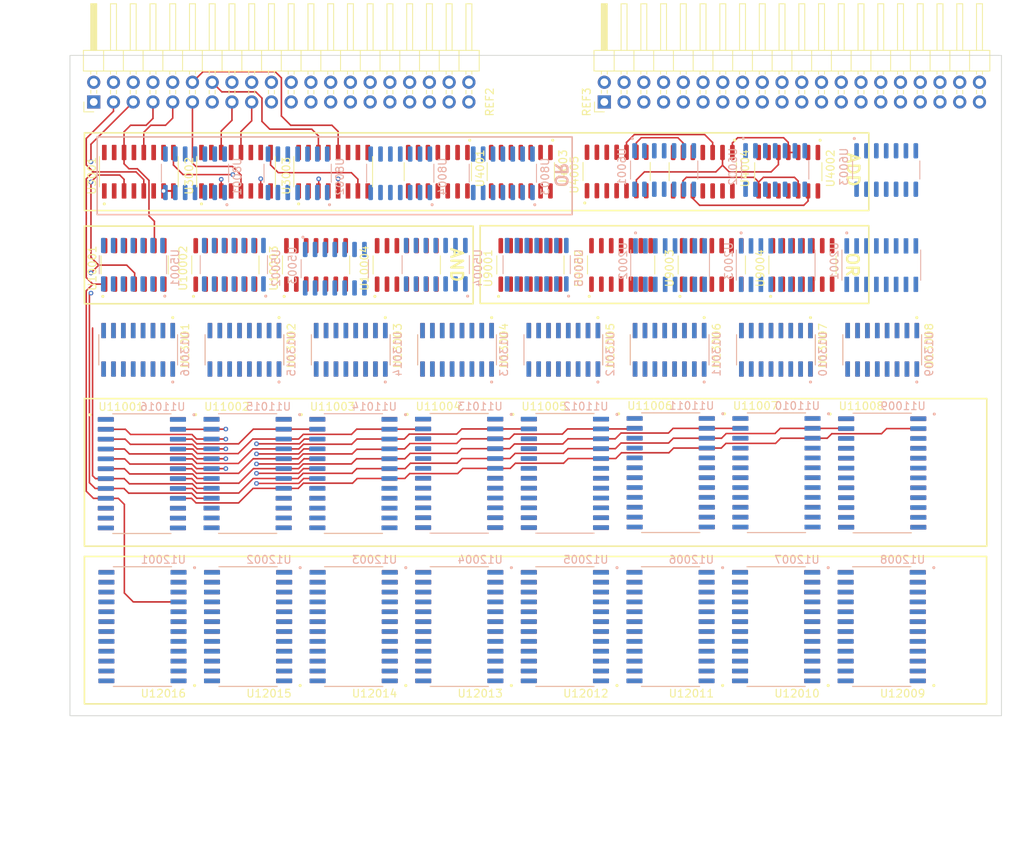
<source format=kicad_pcb>
(kicad_pcb (version 20241229) (generator "pcbnew") (generator_version "9.0")
  (layers (0 "F.Cu" signal) (4 "In1.Cu" power "Gnd1.Cu") (6 "In2.Cu" signal "Fin2.Cu") (8 "In3.Cu" signal "Bin2.Cu") (10 "In4.Cu" power "Gnd2.Cu") (2 "B.Cu" signal) (13 "F.Paste" user) (15 "B.Paste" user) (5 "F.SilkS" user "F.Silkscreen") (7 "B.SilkS" user "B.Silkscreen") (1 "F.Mask" user) (3 "B.Mask" user) (25 "Edge.Cuts" user))
  (net 0 "")
  (net 1 "GND")
  (net 2 "/A2")
  (net 3 "VCC")
  (net 4 "/A1")
  (net 5 "/A0")
  (net 6 "/A3")
  (net 7 "/A7")
  (net 8 "/A4")
  (net 9 "/A6")
  (net 10 "/A5")
  (net 11 "/A8")
  (net 12 "/A9")
  (net 13 "/A10")
  (net 14 "/16b fulladder1/4b_fulladder/Cin")
  (net 15 "/A12")
  (net 16 "/B2")
  (net 17 "/B1")
  (net 18 "/B3")
  (net 19 "/B0")
  (net 20 "/B4")
  (net 21 "/B5")
  (net 22 "/B6")
  (net 23 "/B7")
  (net 24 "/B11")
  (net 25 "/16b fulladder/4b_fulladder/Cin")
  (net 26 "/B10")
  (net 27 "/B9")
  (net 28 "/B8")
  (net 29 "/A13")
  (net 30 "/A11")
  (net 31 "/16b fulladder/4b_fulladder/C0out")
  (net 32 "/B12")
  (net 33 "/B13")
  (net 34 "/B15")
  (net 35 "/16b fulladder/4b_fulladder/C2out")
  (net 36 "/B14")
  (net 37 "/A15")
  (net 38 "/16b fulladder/4b_fulladder/C1out")
  (net 39 "/A14")
  (net 40 "/16b fulladder/4b_fulladder/C3out")
  (net 41 "/16b fulladder1/4b_fulladder/C0out")
  (net 42 "/16b fulladder1/4b_fulladder/C1out")
  (net 43 "/16b fulladder1/4b_fulladder/C2out")
  (net 44 "/16b fulladder1/4b_fulladder/C3out")
  (net 45 "/ALU MUX/Ctrl1")
  (net 46 "/ALU MUX/Ctrl2")
  (net 47 "/ALU MUX/O0")
  (net 48 "/ALU MUX/Ctrl0")
  (net 49 "/ALU MUX/O1")
  (net 50 "/ALU MUX/O2")
  (net 51 "/ALU MUX/O3")
  (net 52 "/ALU MUX/O4")
  (net 53 "/ALU MUX/O5")
  (net 54 "/ALU MUX/O6")
  (net 55 "/ALU MUX/O7")
  (net 56 "/ALU MUX/O8")
  (net 57 "/ALU MUX/O9")
  (net 58 "/ALU MUX/O10")
  (net 59 "/ALU MUX/O11")
  (net 60 "/ALU MUX/O12")
  (net 61 "/ALU MUX/O13")
  (net 62 "/ALU MUX/O14")
  (net 63 "/ALU MUX/O15")
  (net 64 "Net-(U2001-COUT)")
  (net 65 "Net-(U2002-COUT)")
  (net 66 "Net-(U3001-COUT)")
  (net 67 "Net-(U3002-COUT)")
  (net 68 "Net-(U4001-1Y)")
  (net 69 "Net-(U4001-3Y)")
  (net 70 "Net-(U4002-1Y)")
  (net 71 "Net-(U4002-3Y)")
  (net 72 "Net-(U4003-4Y)")
  (net 73 "Net-(U4003-1Y)")
  (net 74 "Net-(U4003-2Y)")
  (net 75 "Net-(U4003-3Y)")
  (net 76 "Net-(U4004-3Y)")
  (net 77 "Net-(U4004-2Y)")
  (net 78 "Net-(U4004-4Y)")
  (net 79 "Net-(U4004-1Y)")
  (net 80 "Net-(U5001-3Y)")
  (net 81 "Net-(U5001-1Y)")
  (net 82 "Net-(U5002-3Y)")
  (net 83 "Net-(U5002-1Y)")
  (net 84 "Net-(U5003-2Y)")
  (net 85 "Net-(U5003-4Y)")
  (net 86 "Net-(U5003-1Y)")
  (net 87 "Net-(U5003-3Y)")
  (net 88 "Net-(U5004-4Y)")
  (net 89 "Net-(U5004-3Y)")
  (net 90 "Net-(U5004-1Y)")
  (net 91 "Net-(U5004-2Y)")
  (net 110 "/SUB0")
  (net 111 "/ADD0")
  (net 112 "/NOT0")
  (net 113 "/LSL0")
  (net 114 "/XOR0")
  (net 115 "/OR0")
  (net 116 "/AND0")
  (net 117 "/LSR0")
  (net 118 "/SUB1")
  (net 119 "/LSR2")
  (net 120 "/ADD1")
  (net 121 "/NOT1")
  (net 122 "/OR1")
  (net 123 "/XOR1")
  (net 124 "/AND1")
  (net 125 "/LSL1")
  (net 126 "/LSR1")
  (net 127 "/SUB2")
  (net 128 "/SUB3")
  (net 129 "/SUB4")
  (net 130 "/SUB7")
  (net 131 "/SUB6")
  (net 132 "/SUB5")
  (net 133 "/SUB8")
  (net 134 "/SUB9")
  (net 135 "/SUB11")
  (net 136 "/SUB10")
  (net 137 "/ADD3")
  (net 138 "/ADD2")
  (net 139 "/ADD7")
  (net 140 "/ADD5")
  (net 141 "/ADD4")
  (net 142 "/ADD6")
  (net 143 "/ADD10")
  (net 144 "/ADD8")
  (net 145 "/ADD11")
  (net 146 "/ADD9")
  (net 147 "/ADD12")
  (net 148 "/ADD13")
  (net 149 "/ADD15")
  (net 150 "/ADD14")
  (net 151 "/SUB12")
  (net 152 "/SUB13")
  (net 153 "/SUB14")
  (net 154 "/SUB15")
  (net 155 "/NOT4")
  (net 156 "/NOT5")
  (net 157 "/NOT3")
  (net 158 "/NOT2")
  (net 159 "/NOT11")
  (net 160 "/NOT7")
  (net 161 "/NOT8")
  (net 162 "/NOT9")
  (net 163 "/NOT10")
  (net 164 "/NOT6")
  (net 165 "/NOT15")
  (net 166 "/NOT13")
  (net 167 "/NOT12")
  (net 168 "/NOT14")
  (net 169 "/OR2")
  (net 170 "/OR3")
  (net 171 "/OR5")
  (net 172 "/OR4")
  (net 173 "/OR6")
  (net 174 "/OR7")
  (net 175 "/OR13")
  (net 176 "/OR14")
  (net 177 "/OR15")
  (net 178 "/OR12")
  (net 179 "/OR11")
  (net 180 "/OR8")
  (net 181 "/OR10")
  (net 182 "/OR9")
  (net 183 "/XOR3")
  (net 184 "/XOR2")
  (net 185 "/XOR7")
  (net 186 "/XOR6")
  (net 187 "/XOR4")
  (net 188 "/XOR5")
  (net 189 "/XOR12")
  (net 190 "/XOR14")
  (net 191 "/XOR13")
  (net 192 "/XOR15")
  (net 193 "/XOR11")
  (net 194 "/XOR9")
  (net 195 "/XOR8")
  (net 196 "/XOR10")
  (net 197 "/AND3")
  (net 198 "/AND2")
  (net 199 "/AND7")
  (net 200 "/AND4")
  (net 201 "/AND6")
  (net 202 "/AND5")
  (net 203 "/AND14")
  (net 204 "/AND12")
  (net 205 "/AND15")
  (net 206 "/AND13")
  (net 207 "/AND11")
  (net 208 "/AND10")
  (net 209 "/AND8")
  (net 210 "/AND9")
  (net 211 "/LSL2")
  (net 212 "/LSL3")
  (net 213 "/LSL4")
  (net 214 "/LSL5")
  (net 215 "/LSL6")
  (net 216 "/LSL7")
  (net 217 "/LSL8")
  (net 218 "/LSL9")
  (net 219 "/LSL10")
  (net 220 "/LSL11")
  (net 221 "/LSL12")
  (net 222 "/LSL13")
  (net 223 "/LSL14")
  (net 224 "/LSL15")
  (net 225 "/LSR15")
  (net 226 "/LSR14")
  (net 227 "/LSR13")
  (net 228 "/LSR12")
  (net 229 "/LSR11")
  (net 230 "/LSR10")
  (net 231 "/LSR9")
  (net 232 "/LSR8")
  (net 233 "/LSR7")
  (net 234 "/LSR6")
  (net 235 "/LSR5")
  (net 236 "/LSR4")
  (net 237 "/LSR3")
  (footprint "mALUch_lib:SOIC127P1030X265-24N" (layer "F.Cu") (at 97.28 68.725)
    (property "Reference" "U11006")
    (property "Value" "16to1_MUX__CD74HC4067M96")
  )
  (footprint "mALUch_lib:SOIC127P1030X265-24N" (layer "F.Cu") (at 56.5 88.525 180)
    (property "Reference" "U12014")
    (property "Value" "16to1_MUX__CD74HC4067M96")
  )
  (footprint "mALUch_lib:CD_SOIC127P600X175-16N" (layer "F.Cu") (at 41.365 29.975 90)
    (property "Reference" "U3002")
    (property "Value" "4b_fulladder__CD74HC283M96")
  )
  (footprint "mALUch_lib:SOIC127P600X175-16N" (layer "F.Cu") (at 42.450714 52.9 -90)
    (property "Reference" "U13002")
    (property "Value" "8to1_MUX__SN74HC151DR" (hide yes))
  )
  (footprint "mALUch_lib:SOIC127P600X175-14N" (layer "F.Cu") (at 79.233333 41.975 90)
    (property "Reference" "U9001")
    (property "Value" "4xXOR__74HC86D_653" (hide yes))
  )
  (footprint "mALUch_lib:SOIC127P600X175-14N" (layer "F.Cu") (at 90.325 29.95 90)
    (property "Reference" "U4005")
    (property "Value" "4xOR__SN74HC32DR" (hide yes))
  )
  (footprint "mALUch_lib:SOIC127P600X175-14N" (layer "F.Cu") (at 114.233333 41.975 90)
    (property "Reference" "U9004")
    (property "Value" "4xXOR__74HC86D_653" (hide yes))
  )
  (footprint "mALUch_lib:SOIC127P1030X265-24N" (layer "F.Cu") (at 29.255 68.845)
    (property "Reference" "U11001")
    (property "Value" "16to1_MUX__CD74HC4067M96")
  )
  (footprint "mALUch_lib:SOIC127P1030X265-24N" (layer "F.Cu") (at 83.675 68.8)
    (property "Reference" "U11005")
    (property "Value" "16to1_MUX__CD74HC4067M96")
  )
  (footprint "mALUch_lib:PinHeader_2x20_P2.54mm_Horizontal" (layer "F.Cu") (at 88.74 21 90)
    (property "Reference" "REF3")
    (property "Value" "~")
  )
  (footprint "mALUch_lib:SOIC127P600X175-16N" (layer "F.Cu") (at 28.7775 52.9 -90)
    (property "Reference" "U13001")
    (property "Value" "8to1_MUX__SN74HC151DR" (hide yes))
  )
  (footprint "mALUch_lib:SOIC127P1030X265-24N" (layer "F.Cu") (at 124.425 88.525 180)
    (property "Reference" "U12009")
    (property "Value" "16to1_MUX__CD74HC4067M96")
  )
  (footprint "mALUch_lib:SOIC127P600X175-14N" (layer "F.Cu") (at 63.325 41.975 90)
    (property "Reference" "U10004")
    (property "Value" "4xAND__SN74HC08DR" (hide yes))
  )
  (footprint "mALUch_lib:CD_SOIC127P600X175-16N" (layer "F.Cu") (at 53.865 29.975 90)
    (property "Reference" "U3003")
    (property "Value" "4b_fulladder__CD74HC283M96")
  )
  (footprint "mALUch_lib:SOIC127P600X175-16N" (layer "F.Cu") (at 83.470357 52.9 -90)
    (property "Reference" "U13005")
    (property "Value" "8to1_MUX__SN74HC151DR" (hide yes))
  )
  (footprint "mALUch_lib:SOIC127P1030X265-24N" (layer "F.Cu") (at 42.86 68.83)
    (property "Reference" "U11002")
    (property "Value" "16to1_MUX__CD74HC4067M96")
  )
  (footprint "mALUch_lib:SOIC127P1030X265-24N" (layer "F.Cu") (at 83.67 88.525 180)
    (property "Reference" "U12012")
    (property "Value" "16to1_MUX__CD74HC4067M96")
  )
  (footprint "mALUch_lib:SOIC127P1030X265-24N" (layer "F.Cu") (at 110.84 88.525 180)
    (property "Reference" "U12010")
    (property "Value" "16to1_MUX__CD74HC4067M96")
  )
  (footprint "mALUch_lib:SOIC127P1030X265-24N" (layer "F.Cu") (at 110.885 68.725)
    (property "Reference" "U11007")
    (property "Value" "16to1_MUX__CD74HC4067M96")
  )
  (footprint "mALUch_lib:PinHeader_2x20_P2.54mm_Horizontal" (layer "F.Cu") (at 23.06 21 90)
    (property "Reference" "REF2")
    (property "Value" "~")
  )
  (footprint "mALUch_lib:SOIC127P600X175-16N" (layer "F.Cu") (at 110.816786 52.9 -90)
    (property "Reference" "U13007")
    (property "Value" "8to1_MUX__SN74HC151DR" (hide yes))
  )
  (footprint "mALUch_lib:SOIC127P600X175-14N" (layer "F.Cu") (at 101.405 29.975 -90)
    (property "Reference" "U4004")
    (property "Value" "4xAND__SN74HC08DR" (hide yes))
  )
  (footprint "mALUch_lib:CD_SOIC127P600X175-16N" (layer "F.Cu") (at 28.865 29.975 90)
    (property "Reference" "U3001")
    (property "Value" "4b_fulladder__CD74HC283M96")
  )
  (footprint "mALUch_lib:SOIC127P600X175-14N" (layer "F.Cu") (at 51.658333 41.975 90)
    (property "Reference" "U10003")
    (property "Value" "4xAND__SN74HC08DR" (hide yes))
  )
  (footprint "mALUch_lib:SOIC127P600X175-16N" (layer "F.Cu") (at 97.143571 52.9 -90)
    (property "Reference" "U13006")
    (property "Value" "8to1_MUX__SN74HC151DR" (hide yes))
  )
  (footprint "mALUch_lib:SOIC127P1030X265-24N" (layer "F.Cu") (at 29.33 88.525 180)
    (property "Reference" "U12016")
    (property "Value" "16to1_MUX__CD74HC4067M96")
  )
  (footprint "mALUch_lib:SOIC127P1030X265-24N" (layer "F.Cu") (at 70.07 68.8)
    (property "Reference" "U11004")
    (property "Value" "16to1_MUX__CD74HC4067M96")
  )
  (footprint "mALUch_lib:SOIC127P600X175-14N" (layer "F.Cu") (at 28.325 41.975 90)
    (property "Reference" "U10001")
    (property "Value" "4xAND__SN74HC08DR" (hide yes))
  )
  (footprint "mALUch_lib:SOIC127P600X175-14N" (layer "F.Cu") (at 102.566666 41.975 90)
    (property "Reference" "U9003")
    (property "Value" "4xXOR__74HC86D_653" (hide yes))
  )
  (footprint "mALUch_lib:SOIC127P600X175-14N" (layer "F.Cu") (at 112.405 29.975 -90)
    (property "Reference" "U4002")
    (property "Value" "4xXOR__74HC86D_653" (hide yes))
  )
  (footprint "mALUch_lib:SOIC127P600X175-14N" (layer "F.Cu") (at 78 29.975 -90)
    (property "Reference" "U4003")
    (property "Value" "4xAND__SN74HC08DR" (hide yes))
  )
  (footprint "mALUch_lib:SOIC127P600X175-16N" (layer "F.Cu") (at 56.123929 52.9 -90)
    (property "Reference" "U13003")
    (property "Value" "8to1_MUX__SN74HC151DR" (hide yes))
  )
  (footprint "mALUch_lib:SOIC127P1030X265-24N" (layer "F.Cu") (at 56.465 68.83)
    (property "Reference" "U11003")
    (property "Value" "16to1_MUX__CD74HC4067M96")
  )
  (footprint "mALUch_lib:SOIC127P600X175-16N" (layer "F.Cu") (at 124.49 52.9 -90)
    (property "Reference" "U13008")
    (property "Value" "8to1_MUX__SN74HC151DR" (hide yes))
  )
  (footprint "mALUch_lib:SOIC127P600X175-14N" (layer "F.Cu") (at 39.991667 41.975 90)
    (property "Reference" "U10002")
    (property "Value" "4xAND__SN74HC08DR" (hide yes))
  )
  (footprint "mALUch_lib:SOIC127P600X175-14N" (layer "F.Cu") (at 67.325 29.975 -90)
    (property "Reference" "U4001")
    (property "Value" "4xXOR__74HC86D_653" (hide yes))
  )
  (footprint "mALUch_lib:SOIC127P600X175-16N" (layer "F.Cu") (at 69.797143 52.9 -90)
    (property "Reference" "U13004")
    (property "Value" "8to1_MUX__SN74HC151DR" (hide yes))
  )
  (footprint "mALUch_lib:SOIC127P1030X265-24N" (layer "F.Cu") (at 42.915 88.525 180)
    (property "Reference" "U12015")
    (property "Value" "16to1_MUX__CD74HC4067M96")
  )
  (footprint "mALUch_lib:SOIC127P1030X265-24N" (layer "F.Cu") (at 97.255 88.525 180)
    (property "Reference" "U12011")
    (property "Value" "16to1_MUX__CD74HC4067M96")
  )
  (footprint "mALUch_lib:SOIC127P600X175-14N" (layer "F.Cu") (at 90.9 41.975 90)
    (property "Reference" "U9002")
    (property "Value" "4xXOR__74HC86D_653" (hide yes))
  )
  (footprint "mALUch_lib:SOIC127P1030X265-24N" (layer "F.Cu") (at 124.49 68.755)
    (property "Reference" "U11008")
    (property "Value" "16to1_MUX__CD74HC4067M96")
  )
  (footprint "mALUch_lib:SOIC127P1030X265-24N" (layer "F.Cu") (at 70.085 88.525 180)
    (property "Reference" "U12013")
    (property "Value" "16to1_MUX__CD74HC4067M96")
  )
  (footprint "mALUch_lib:SOIC127P600X175-16N" (layer "B.Cu") (at 83.469245 52.899964 90)
    (property "Reference" "U13012")
    (property "Value" "8to1_MUX__SN74HC151DR")
  )
  (footprint "mALUch_lib:SOIC127P1030X265-24N" (layer "B.Cu") (at 70.069237 68.8 180)
    (property "Reference" "U11013")
    (property "Value" "16to1_MUX__CD74HC4067M96")
  )
  (footprint "mALUch_lib:SOIC127P1030X265-24N" (layer "B.Cu") (at 83.674006 68.8 180)
    (property "Reference" "U11012")
    (property "Value" "16to1_MUX__CD74HC4067M96")
  )
  (footprint "mALUch_lib:SOIC127P600X175-16N" (layer "B.Cu") (at 97.143182 52.9 90)
    (property "Reference" "U13011")
    (property "Value" "8to1_MUX__SN74HC151DR")
  )
  (footprint "mALUch_lib:SOIC127P1030X265-24N" (layer "B.Cu") (at 29.253211 68.844307 180)
    (property "Reference" "U11016")
    (property "Value" "16to1_MUX__CD74HC4067M96")
  )
  (footprint "mALUch_lib:SOIC127P600X175-14N" (layer "B.Cu") (at 80.04 41.9425 90)
    (property "Reference" "U5005")
    (property "Value" "4xOR__SN74HC32DR")
  )
  (footprint "mALUch_lib:SOIC127P600X175-14N" (layer "B.Cu") (at 54.07 42.4575 -90)
    (property "Reference" "U5003")
    (property "Value" "4xAND__SN74HC08DR")
  )
  (footprint "mALUch_lib:SOIC127P600X175-14N" (layer "B.Cu") (at 67.055 41.9425 90)
    (property "Reference" "U5004")
    (property "Value" "4xAND__SN74HC08DR")
  )
  (footprint "mALUch_lib:SOIC127P600X175-14N" (layer "B.Cu") (at 49.29 30.175 90)
    (property "Reference" "U8002")
    (property "Value" "4xOR__SN74HC32DR")
  )
  (footprint "mALUch_lib:SOIC127P600X175-14N" (layer "B.Cu") (at 28.1 41.9425 90)
    (property "Reference" "U5001")
    (property "Value" "4xXOR__74HC86D_653")
  )
  (footprint "mALUch_lib:CD_SOIC127P600X175-16N" (layer "B.Cu") (at 110.785409 42 -90)
    (property "Reference" "U2003")
    (property "Value" "4b_fulladder__CD74HC283M96")
  )
  (footprint "mALUch_lib:SOIC127P600X175-16N" (layer "B.Cu") (at 110.816803 52.9 90)
    (property "Reference" "U13010")
    (property "Value" "8to1_MUX__SN74HC151DR")
  )
  (footprint "mALUch_lib:SOIC127P600X175-14N" (layer "B.Cu") (at 62.49 30.175 90)
    (property "Reference" "U8004")
    (property "Value" "4xOR__SN74HC32DR")
  )
  (footprint "mALUch_lib:SOIC127P600X175-16N" (layer "B.Cu") (at 28.775455 52.901019 90)
    (property "Reference" "U13016")
    (property "Value" "8to1_MUX__SN74HC151DR")
  )
  (footprint "mALUch_lib:SOIC127P1030X265-24N" (layer "B.Cu") (at 124.422504 88.525564 180)
    (property "Reference" "U12008")
    (property "Value" "16to1_MUX__CD74HC4067M96")
  )
  (footprint "mALUch_lib:SOIC127P600X175-14N" (layer "B.Cu") (at 96.44 29.7575 -90)
    (property "Reference" "U6001")
    (property "Value" "6xNOT__SN74HC14DR")
  )
  (footprint "mALUch_lib:SOIC127P600X175-14N" (layer "B.Cu") (at 110.72 29.7575 -90)
    (property "Reference" "U6002")
    (property "Value" "6xNOT__SN74HC14DR")
  )
  (footprint "mALUch_lib:SOIC127P600X175-16N" (layer "B.Cu") (at 124.488972 52.899929 90)
    (property "Reference" "U13009")
    (property "Value" "8to1_MUX__SN74HC151DR")
  )
  (footprint "mALUch_lib:SOIC127P600X175-14N" (layer "B.Cu") (at 41.085 41.9425 90)
    (property "Reference" "U5002")
    (property "Value" "4xXOR__74HC86D_653")
  )
  (footprint "mALUch_lib:SOIC127P600X175-14N" (layer "B.Cu") (at 75.69 30.175 90)
    (property "Reference" "U8003")
    (property "Value" "4xOR__SN74HC32DR")
  )
  (footprint "mALUch_lib:SOIC127P1030X265-24N" (layer "B.Cu") (at 29.327913 88.524235 180)
    (property "Reference" "U12001")
    (property "Value" "16to1_MUX__CD74HC4067M96")
  )
  (footprint "mALUch_lib:SOIC127P1030X265-24N" (layer "B.Cu") (at 56.499999 88.525102 180)
    (property "Reference" "U12003")
    (property "Value" "16to1_MUX__CD74HC4067M96")
  )
  (footprint "mALUch_lib:SOIC127P1030X265-24N" (layer "B.Cu") (at 110.839675 88.524972 180)
    (property "Reference" "U12007")
    (property "Value" "16to1_MUX__CD74HC4067M96")
  )
  (footprint "mALUch_lib:SOIC127P1030X265-24N" (layer "B.Cu") (at 70.085063 88.52505 180)
    (property "Reference" "U12004")
    (property "Value" "16to1_MUX__CD74HC4067M96")
  )
  (footprint "mALUch_lib:SOIC127P1030X265-24N" (layer "B.Cu") (at 42.914405 88.525205 180)
    (property "Reference" "U12002")
    (property "Value" "16to1_MUX__CD74HC4067M96")
  )
  (footprint "mALUch_lib:SOIC127P1030X265-24N" (layer "B.Cu") (at 97.255137 88.525205 180)
    (property "Reference" "U12006")
    (property "Value" "16to1_MUX__CD74HC4067M96")
  )
  (footprint "mALUch_lib:SOIC127P600X175-14N" (layer "B.Cu") (at 36.09 30.175 90)
    (property "Reference" "U8001")
    (property "Value" "4xOR__SN74HC32DR")
  )
  (footprint "mALUch_lib:SOIC127P600X175-14N" (layer "B.Cu") (at 125 29.7575 -90)
    (property "Reference" "U6003")
    (property "Value" "6xNOT__SN74HC14DR")
  )
  (footprint "mALUch_lib:SOIC127P1030X265-24N" (layer "B.Cu") (at 110.884719 68.725082 180)
    (property "Reference" "U11010")
    (property "Value" "16to1_MUX__CD74HC4067M96")
  )
  (footprint "mALUch_lib:SOIC127P600X175-16N" (layer "B.Cu") (at 42.448871 52.9 90)
    (property "Reference" "U13015")
    (property "Value" "8to1_MUX__SN74HC151DR")
  )
  (footprint "mALUch_lib:SOIC127P600X175-16N" (layer "B.Cu") (at 69.796965 52.900233 90)
    (property "Reference" "U13013")
    (property "Value" "8to1_MUX__SN74HC151DR")
  )
  (footprint "mALUch_lib:CD_SOIC127P600X175-16N" (layer "B.Cu") (at 124.370817 42 -90)
    (property "Reference" "U2001")
    (property "Value" "4b_fulladder__CD74HC283M96")
  )
  (footprint "mALUch_lib:CD_SOIC127P600X175-16N" (layer "B.Cu") (at 97.2 42 -90)
    (property "Reference" "U2002")
    (property "Value" "4b_fulladder__CD74HC283M96")
  )
  (footprint "mALUch_lib:SOIC127P1030X265-24N" (layer "B.Cu") (at 56.465456 68.829538 180)
    (property "Reference" "U11014")
    (property "Value" "16to1_MUX__CD74HC4067M96")
  )
  (footprint "mALUch_lib:SOIC127P1030X265-24N" (layer "B.Cu") (at 97.283203 68.718313 180)
    (property "Reference" "U11011")
    (property "Value" "16to1_MUX__CD74HC4067M96")
  )
  (footprint "mALUch_lib:SOIC127P1030X265-24N" (layer "B.Cu") (at 124.488747 68.755425 180)
    (property "Reference" "U11009")
    (property "Value" "16to1_MUX__CD74HC4067M96")
  )
  (footprint "mALUch_lib:SOIC127P600X175-16N" (layer "B.Cu") (at 56.122878 52.899176 90)
    (property "Reference" "U13014")
    (property "Value" "8to1_MUX__SN74HC151DR")
  )
  (footprint "mALUch_lib:SOIC127P1030X265-24N" (layer "B.Cu") (at 42.851171 68.828222 180)
    (property "Reference" "U11015")
    (property "Value" "16to1_MUX__CD74HC4067M96")
  )
  (footprint "mALUch_lib:SOIC127P1030X265-24N" (layer "B.Cu") (at 83.670068 88.525205 180)
    (property "Reference" "U12005")
    (property "Value" "16to1_MUX__CD74HC4067M96")
  )
  (gr_rect (start 21.865 24.975) (end 122.765 34.975) (stroke (width 0.2)) (fill no) (layer "F.SilkS"))
  (gr_rect (start 21.865 36.975) (end 71.865 46.975) (stroke (width 0.2)) (fill no) (layer "F.SilkS"))
  (gr_rect (start 21.865 79.5) (end 137.915 98.475) (stroke (width 0.2)) (fill no) (layer "F.SilkS"))
  (gr_rect (start 21.865 59.18) (end 137.94 78.18) (stroke (width 0.2)) (fill no) (layer "F.SilkS"))
  (gr_rect (start 72.765 36.928571) (end 122.765 46.928571) (stroke (width 0.2)) (fill no) (layer "F.SilkS"))
  (gr_rect (start 23.5 25.5) (end 84.6 35.5) (stroke (width 0.2)) (fill no) (layer "B.SilkS"))
  (gr_rect (start 20 15) (end 139.825 100) (stroke (width 0.1)) (fill no) (layer "Edge.Cuts"))
  (gr_text "ADD" (at 119.865 29.7175 270) (layer "F.SilkS") (effects (font (size 1.5 1.5) (thickness 0.3) (bold yes)) (justify bottom)))
  (gr_text "OR\n" (at 119.773333 41.95 270) (layer "F.SilkS") (effects (font (size 1.5 1.5) (thickness 0.3) (bold yes)) (justify bottom)))
  (gr_text "AND" (at 68.865 41.975 270) (layer "F.SilkS") (effects (font (size 1.5 1.5) (thickness 0.3) (bold yes)) (justify bottom)))
  (gr_text "OR" (at 82.3 30.4 270) (layer "B.SilkS") (effects (font (size 1.5 1.5) (thickness 0.3) (bold yes)) (justify bottom mirror)))
  (segment (start 32.04 32.45) (end 33.31 32.45) (width 0.254) (layer "F.Cu") (net 1))
  (via (at 32.04 32.45) (size 0.6096) (drill 0.4572) (layers "F.Cu" "B.Cu") (net 1))
  (segment (start 30.1658 31.094174) (end 30.1658 35.6658) (width 0.2) (layer "F.Cu") (net 2))
  (segment (start 26.98 69.48) (end 24.615 69.48) (width 0.2) (layer "F.Cu") (net 2))
  (segment (start 27.8 24) (end 26.96 24.84) (width 0.2) (layer "F.Cu") (net 2))
  (segment (start 22.9094 69.1) (end 22.9094 50.1) (width 0.2) (layer "F.Cu") (net 2))
  (segment (start 27.5958 29.5958) (end 28.667426 29.5958) (width 0.2) (layer "F.Cu") (net 2))
  (segment (start 23.2894 69.48) (end 22.9094 69.1) (width 0.2) (layer "F.Cu") (net 2))
  (segment (start 30.68 23.12) (end 29.8 24) (width 0.2) (layer "F.Cu") (net 2))
  (segment (start 30.865 36.365) (end 30.865 39.5) (width 0.2) (layer "F.Cu") (net 2))
  (segment (start 30.1658 35.6658) (end 30.865 36.365) (width 0.2) (layer "F.Cu") (net 2))
  (segment (start 30.68 21) (end 30.68 23.12) (width 0.2) (layer "F.Cu") (net 2))
  (segment (start 26.96 24.84) (end 26.96 27.5) (width 0.2) (layer "F.Cu") (net 2))
  (segment (start 26.96 27.5) (end 26.96 28.96) (width 0.2) (layer "F.Cu") (net 2))
  (segment (start 38.22 70.735) (end 36.335 70.735) (width 0.2) (layer "F.Cu") (net 2))
  (segment (start 24.615 69.48) (end 23.2894 69.48) (width 0.2) (layer "F.Cu") (net 2))
  (segment (start 27.6458 70.1458) (end 26.98 69.48) (width 0.2) (layer "F.Cu") (net 2))
  (segment (start 29.8 24) (end 27.8 24) (width 0.2) (layer "F.Cu") (net 2))
  (segment (start 36.335 70.735) (end 35.7458 70.1458) (width 0.2) (layer "F.Cu") (net 2))
  (segment (start 35.7458 70.1458) (end 27.6458 70.1458) (width 0.2) (layer "F.Cu") (net 2))
  (segment (start 26.96 28.96) (end 27.5958 29.5958) (width 0.2) (layer "F.Cu") (net 2))
  (segment (start 28.667426 29.5958) (end 30.1658 31.094174) (width 0.2) (layer "F.Cu") (net 2))
  (segment (start 22.7042 42.9958) (end 22.7042 43) (width 0.2) (layer "F.Cu") (net 4))
  (segment (start 23.25 70.75) (end 24.615 70.75) (width 0.2) (layer "F.Cu") (net 4))
  (segment (start 23.7 42) (end 27.3 42) (width 0.2) (layer "F.Cu") (net 4))
  (segment (start 22.7042 45.6) (end 22.5052 45.799) (width 0.2) (layer "F.Cu") (net 4))
  (segment (start 24.615 70.75) (end 26.95 70.75) (width 0.2) (layer "F.Cu") (net 4))
  (segment (start 22.7042 26.4358) (end 22.7042 28.7) (width 0.2) (layer "F.Cu") (net 4))
  (segment (start 23.6 30.4042) (end 26.4042 30.4042) (width 0.2) (layer "F.Cu") (net 4))
  (segment (start 26.4042 30.4042) (end 26.96 30.96) (width 0.2) (layer "F.Cu") (net 4))
  (segment (start 26.95 70.75) (end 27.5542 71.3542) (width 0.2) (layer "F.Cu") (net 4))
  (segment (start 22.7042 31.3) (end 22.7042 41.0042) (width 0.2) (layer "F.Cu") (net 4))
  (segment (start 28.14 21) (end 22.7042 26.4358) (width 0.2) (layer "F.Cu") (net 4))
  (segment (start 22.5052 45.799) (end 22.5052 70.0052) (width 0.2) (layer "F.Cu") (net 4))
  (segment (start 22.5052 70.0052) (end 23.25 70.75) (width 0.2) (layer "F.Cu") (net 4))
  (segment (start 27.3 42) (end 28.325 43.025) (width 0.2) (layer "F.Cu") (net 4))
  (segment (start 35.6542 71.3542) (end 36.305 72.005) (width 0.2) (layer "F.Cu") (net 4))
  (segment (start 36.305 72.005) (end 38.22 72.005) (width 0.2) (layer "F.Cu") (net 4))
  (segment (start 22.7042 41.0042) (end 23.7 42) (width 0.2) (layer "F.Cu") (net 4))
  (segment (start 27.5542 71.3542) (end 35.6542 71.3542) (width 0.2) (layer "F.Cu") (net 4))
  (segment (start 28.325 43.025) (end 28.325 44.45) (width 0.2) (layer "F.Cu") (net 4))
  (segment (start 23.7 42) (end 22.7042 42.9958) (width 0.2) (layer "F.Cu") (net 4))
  (segment (start 22.7042 31.3) (end 23.6 30.4042) (width 0.2) (layer "F.Cu") (net 4))
  (segment (start 26.96 30.96) (end 26.96 32.45) (width 0.2) (layer "F.Cu") (net 4))
  (via (at 22.7042 45.6) (size 0.6) (drill 0.3) (layers "F.Cu" "B.Cu") (net 4))
  (via (at 22.7042 31.3) (size 0.6) (drill 0.3) (layers "F.Cu" "B.Cu") (net 4))
  (via (at 22.7042 28.7) (size 0.6) (drill 0.3) (layers "F.Cu" "B.Cu") (net 4))
  (via (at 22.7042 43) (size 0.6) (drill 0.3) (layers "F.Cu" "B.Cu") (net 4))
  (segment (start 23 30) (end 22.101 30.899) (width 0.2) (layer "F.Cu") (net 5))
  (segment (start 24.615 72.02) (end 23.021 72.02) (width 0.2) (layer "F.Cu") (net 5))
  (segment (start 33.97 85.35) (end 28.15 85.35) (width 0.2) (layer "F.Cu") (net 5))
  (segment (start 27 72.8) (end 26.22 72.02) (width 0.2) (layer "F.Cu") (net 5))
  (segment (start 22.101 45.299) (end 22.95 44.45) (width 0.2) (layer "F.Cu") (net 5))
  (segment (start 25.6 21) (end 25.6 22.2) (width 0.2) (layer "F.Cu") (net 5))
  (segment (start 28.5 30) (end 23 30) (width 0.2) (layer "F.Cu") (net 5))
  (segment (start 22.101 43.601) (end 22.101 35.9) (width 0.2) (layer "F.Cu") (net 5))
  (segment (start 22.101 25.699) (end 22.101 28.299) (width 0.2) (layer "F.Cu") (net 5))
  (segment (start 25.6 22.2) (end 22.101 25.699) (width 0.2) (layer "F.Cu") (net 5))
  (segment (start 29.5 31) (end 28.5 30) (width 0.2) (layer "F.Cu") (net 5))
  (segment (start 24.515 44.45) (end 22.95 44.45) (width 0.2) (layer "F.Cu") (net 5))
  (segment (start 22.101 32.2) (end 22.101 36) (width 0.2) (layer "F.Cu") (net 5))
  (segment (start 22.101 30.899) (end 22.101 32.2) (width 0.2) (layer "F.Cu") (net 5))
  (segment (start 22.101 71.1) (end 22.101 45.299) (width 0.2) (layer "F.Cu") (net 5))
  (segment (start 23.021 72.02) (end 22.101 71.1) (width 0.2) (layer "F.Cu") (net 5))
  (segment (start 22.101 29.101) (end 23 30) (width 0.2) (layer "F.Cu") (net 5))
  (segment (start 27 84.2) (end 27 72.8) (width 0.2) (layer "F.Cu") (net 5))
  (segment (start 29.5 32.45) (end 29.5 31) (width 0.2) (layer "F.Cu") (net 5))
  (segment (start 22.95 44.45) (end 22.101 43.601) (width 0.2) (layer "F.Cu") (net 5))
  (segment (start 26.22 72.02) (end 24.615 72.02) (width 0.2) (layer "F.Cu") (net 5))
  (segment (start 28.15 85.35) (end 27 84.2) (width 0.2) (layer "F.Cu") (net 5))
  (segment (start 22.101 28.299) (end 22.101 29.101) (width 0.2) (layer "F.Cu") (net 5))
  (segment (start 29.5 24.9) (end 29.5 27.5) (width 0.2) (layer "F.Cu") (net 6))
  (segment (start 30.4 24) (end 29.5 24.9) (width 0.2) (layer "F.Cu") (net 6))
  (segment (start 27.6758 68.8758) (end 27.01 68.21) (width 0.2) (layer "F.Cu") (net 6))
  (segment (start 33.22 23.08) (end 32.3 24) (width 0.2) (layer "F.Cu") (net 6))
  (segment (start 36.365 69.465) (end 35.7758 68.8758) (width 0.2) (layer "F.Cu") (net 6))
  (segment (start 32.3 24) (end 30.4 24) (width 0.2) (layer "F.Cu") (net 6))
  (segment (start 27.01 68.21) (end 24.615 68.21) (width 0.2) (layer "F.Cu") (net 6))
  (segment (start 38.22 69.465) (end 36.365 69.465) (width 0.2) (layer "F.Cu") (net 6))
  (segment (start 35.7758 68.8758) (end 27.6758 68.8758) (width 0.2) (layer "F.Cu") (net 6))
  (segment (start 33.22 21) (end 33.22 23.08) (width 0.2) (layer "F.Cu") (net 6))
  (segment (start 38.22 64.385) (end 40.042429 64.385) (width 0.2) (layer "F.Cu") (net 7))
  (segment (start 36.285 64.385) (end 35.6958 63.7958) (width 0.2) (layer "F.Cu") (net 7))
  (segment (start 42 24.8) (end 42 27.5) (width 0.2) (layer "F.Cu") (net 7))
  (segment (start 35.6958 63.7958) (end 27.7958 63.7958) (width 0.2) (layer "F.Cu") (net 7))
  (segment (start 27.13 63.13) (end 24.615 63.13) (width 0.2) (layer "F.Cu") (net 7))
  (segment (start 40.042429 64.385) (end 40.049171 64.391742) (width 0.2) (layer "F.Cu") (net 7))
  (segment (start 27.7958 63.7958) (end 27.13 63.13) (width 0.2) (layer "F.Cu") (net 7))
  (segment (start 49.428374 66.3) (end 50.073374 65.655) (width 0.2) (layer "F.Cu") (net 7))
  (segment (start 43.38 23.42) (end 42 24.8) (width 0.2) (layer "F.Cu") (net 7))
  (segment (start 50.073374 65.655) (end 51.825 65.655) (width 0.2) (layer "F.Cu") (net 7))
  (segment (start 38.22 64.385) (end 36.285 64.385) (width 0.2) (layer "F.Cu") (net 7))
  (segment (start 43.38 21) (end 43.38 23.42) (width 0.2) (layer "F.Cu") (net 7))
  (segment (start 44 66.3) (end 49.428374 66.3) (width 0.2) (layer "F.Cu") (net 7))
  (via (at 40.049171 64.391742) (size 0.6) (drill 0.3) (layers "F.Cu" "B.Cu") (net 7))
  (via (at 44 66.3) (size 0.6) (drill 0.3) (layers "F.Cu" "B.Cu") (net 7))
  (segment (start 44 70.1) (end 49.428374 70.1) (width 0.2) (layer "F.Cu") (net 8))
  (segment (start 50.063374 69.465) (end 51.825 69.465) (width 0.2) (layer "F.Cu") (net 8))
  (segment (start 38.22 68.195) (end 40.046037 68.195) (width 0.2) (layer "F.Cu") (net 8))
  (segment (start 27.04 66.94) (end 24.615 66.94) (width 0.2) (layer "F.Cu") (net 8))
  (segment (start 49.428374 70.1) (end 50.063374 69.465) (width 0.2) (layer "F.Cu") (net 8))
  (segment (start 42 30.4) (end 42 32.45) (width 0.2) (layer "F.Cu") (net 8))
  (segment (start 40.046037 68.195) (end 40.049171 68.191866) (width 0.2) (layer "F.Cu") (net 8))
  (segment (start 35.76 21) (end 35.76 28.86) (width 0.2) (layer "F.Cu") (net 8))
  (segment (start 35.7058 67.6058) (end 27.7058 67.6058) (width 0.2) (layer "F.Cu") (net 8))
  (segment (start 40.9 29.3) (end 42 30.4) (width 0.2) (layer "F.Cu") (net 8))
  (segment (start 27.7058 67.6058) (end 27.04 66.94) (width 0.2) (layer "F.Cu") (net 8))
  (segment (start 38.22 68.195) (end 36.295 68.195) (width 0.2) (layer "F.Cu") (net 8))
  (segment (start 35.76 28.86) (end 36.2 29.3) (width 0.2) (layer "F.Cu") (net 8))
  (segment (start 36.295 68.195) (end 35.7058 67.6058) (width 0.2) (layer "F.Cu") (net 8))
  (segment (start 36.2 29.3) (end 40.9 29.3) (width 0.2) (layer "F.Cu") (net 8))
  (via (at 44 70.1) (size 0.6) (drill 0.3) (layers "F.Cu" "B.Cu") (net 8))
  (via (at 40.049171 68.191866) (size 0.6) (drill 0.3) (layers "F.Cu" "B.Cu") (net 8))
  (segment (start 27.7658 65.0658) (end 27.1 64.4) (width 0.2) (layer "F.Cu") (net 9))
  (segment (start 39.46 24.74) (end 39.46 27.5) (width 0.2) (layer "F.Cu") (net 9))
  (segment (start 50.103375 66.925) (end 51.825 66.925) (width 0.2) (layer "F.Cu") (net 9))
  (segment (start 38.22 65.655) (end 36.355 65.655) (width 0.2) (layer "F.Cu") (net 9))
  (segment (start 49.436575 67.5918) (end 50.103375 66.925) (width 0.2) (layer "F.Cu") (net 9))
  (segment (start 35.7658 65.0658) (end 27.7658 65.0658) (width 0.2) (layer "F.Cu") (net 9))
  (segment (start 36.355 65.655) (end 35.7658 65.0658) (width 0.2) (layer "F.Cu") (net 9))
  (segment (start 38.22 65.655) (end 40.046037 65.655) (width 0.2) (layer "F.Cu") (net 9))
  (segment (start 40.84 23.36) (end 39.46 24.74) (width 0.2) (layer "F.Cu") (net 9))
  (segment (start 40.046037 65.655) (end 40.049171 65.651866) (width 0.2) (layer "F.Cu") (net 9))
  (segment (start 27.1 64.4) (end 24.615 64.4) (width 0.2) (layer "F.Cu") (net 9))
  (segment (start 40.84 21) (end 40.84 23.36) (width 0.2) (layer "F.Cu") (net 9))
  (segment (start 44 67.5918) (end 49.436575 67.5918) (width 0.2) (layer "F.Cu") (net 9))
  (via (at 40.049171 65.651866) (size 0.6) (drill 0.3) (layers "F.Cu" "B.Cu") (net 9))
  (via (at 44 67.5918) (size 0.6) (drill 0.3) (layers "F.Cu" "B.Cu") (net 9))
  (segment (start 39.46 30.953434) (end 39.459097 30.952531) (width 0.2) (layer "F.Cu") (net 10))
  (segment (start 24.615 65.67) (end 27.02 65.67) (width 0.2) (layer "F.Cu") (net 10))
  (segment (start 40.045256 66.925) (end 40.049171 66.921085) (width 0.2) (layer "F.Cu") (net 10))
  (segment (start 50.033374 68.195) (end 51.825 68.195) (width 0.2) (layer "F.Cu") (net 10))
  (segment (start 27.65 66.3) (end 35.7 66.3) (width 0.2) (layer "F.Cu") (net 10))
  (segment (start 27.02 65.67) (end 27.65 66.3) (width 0.2) (layer "F.Cu") (net 10))
  (segment (start 39.46 32.45) (end 39.46 30.953434) (width 0.2) (layer "F.Cu") (net 10))
  (segment (start 49.428374 68.8) (end 50.033374 68.195) (width 0.2) (layer "F.Cu") (net 10))
  (segment (start 44 68.8) (end 49.428374 68.8) (width 0.2) (layer "F.Cu") (net 10))
  (segment (start 36.325 66.925) (end 38.22 66.925) (width 0.2) (layer "F.Cu") (net 10))
  (segment (start 38.22 66.925) (end 40.045256 66.925) (width 0.2) (layer "F.Cu") (net 10))
  (segment (start 35.7 66.3) (end 36.325 66.925) (width 0.2) (layer "F.Cu") (net 10))
  (via (at 39.459097 30.952531) (size 0.6) (drill 0.3) (layers "F.Cu" "B.Cu") (net 10))
  (via (at 44 68.8) (size 0.6) (drill 0.3) (layers "F.Cu" "B.Cu") (net 10))
  (via (at 40.049171 66.921085) (size 0.6) (drill 0.3) (layers "F.Cu" "B.Cu") (net 10))
  (segment (start 38.22 63.115) (end 40.033535 63.115) (width 0.2) (layer "F.Cu") (net 11))
  (segment (start 33.895 63.13) (end 38.205 63.13) (width 0.2) (layer "F.Cu") (net 11))
  (segment (start 40.033535 63.115) (end 40.049171 63.099364) (width 0.2) (layer "F.Cu") (net 11))
  (segment (start 44 65) (end 49.528374 65) (width 0.2) (layer "F.Cu") (net 11))
  (segment (start 49.528374 65) (end 50.143374 64.385) (width 0.2) (layer "F.Cu") (net 11))
  (segment (start 38.205 63.13) (end 38.22 63.115) (width 0.2) (layer "F.Cu") (net 11))
  (segment (start 50.143374 64.385) (end 51.825 64.385) (width 0.2) (layer "F.Cu") (net 11))
  (segment (start 54.5 30.9) (end 54.5 32.45) (width 0.2) (layer "F.Cu") (net 11))
  (via (at 40.049171 63.099364) (size 0.6) (drill 0.3) (layers "F.Cu" "B.Cu") (net 11))
  (via (at 44 65) (size 0.6) (drill 0.3) (layers "F.Cu" "B.Cu") (net 11))
  (via (at 54.5 30.9) (size 0.6) (drill 0.3) (layers "F.Cu" "B.Cu") (net 11))
  (segment (start 47.5 63.115) (end 51.825 63.115) (width 0.2) (layer "F.Cu") (net 12))
  (segment (start 52 30.9) (end 52 32.41) (width 0.2) (layer "F.Cu") (net 12))
  (segment (start 41.7 65) (end 43.585 63.115) (width 0.2) (layer "F.Cu") (net 12))
  (segment (start 33.895 64.4) (end 35.714187 64.4) (width 0.2) (layer "F.Cu") (net 12))
  (segment (start 36.314187 65) (end 41.7 65) (width 0.2) (layer "F.Cu") (net 12))
  (segment (start 52 32.41) (end 51.96 32.45) (width 0.2) (layer "F.Cu") (net 12))
  (segment (start 35.714187 64.4) (end 36.314187 65) (width 0.2) (layer "F.Cu") (net 12))
  (segment (start 43.585 63.115) (end 47.5 63.115) (width 0.2) (layer "F.Cu") (net 12))
  (via (at 52 30.9) (size 0.6) (drill 0.3) (layers "F.Cu" "B.Cu") (net 12))
  (segment (start 43.515 64.385) (end 47.5 64.385) (width 0.2) (layer "F.Cu") (net 13))
  (segment (start 41.6408 66.2592) (end 43.515 64.385) (width 0.2) (layer "F.Cu") (net 13))
  (segment (start 50.0192 63.7808) (end 56.2192 63.7808) (width 0.2) (layer "F.Cu") (net 13))
  (segment (start 56.885 63.115) (end 61.105 63.115) (width 0.2) (layer "F.Cu") (net 13))
  (segment (start 51.1 24.5) (end 51.96 25.36) (width 0.2) (layer "F.Cu") (net 13))
  (segment (start 36.387574 66.2592) (end 41.6408 66.2592) (width 0.2) (layer "F.Cu") (net 13))
  (segment (start 44.7 23.5) (end 45.7 24.5) (width 0.2) (layer "F.Cu") (net 13))
  (segment (start 43.9 19.7) (end 44.7 20.5) (width 0.2) (layer "F.Cu") (net 13))
  (segment (start 38.3 18.46) (end 39.54 19.7) (width 0.2) (layer "F.Cu") (net 13))
  (segment (start 45.7 24.5) (end 51.1 24.5) (width 0.2) (layer "F.Cu") (net 13))
  (segment (start 44.7 20.5) (end 44.7 23.5) (width 0.2) (layer "F.Cu") (net 13))
  (segment (start 33.895 65.67) (end 35.798374 65.67) (width 0.2) (layer "F.Cu") (net 13))
  (segment (start 65.4 63.115) (end 65.43 63.085) (width 0.2) (layer "F.Cu") (net 13))
  (segment (start 49.415 64.385) (end 50.0192 63.7808) (width 0.2) (layer "F.Cu") (net 13))
  (segment (start 56.2192 63.7808) (end 56.885 63.115) (width 0.2) (layer "F.Cu") (net 13))
  (segment (start 61.105 63.115) (end 65.4 63.115) (width 0.2) (layer "F.Cu") (net 13))
  (segment (start 35.798374 65.67) (end 36.387574 66.2592) (width 0.2) (layer "F.Cu") (net 13))
  (segment (start 39.54 19.7) (end 43.9 19.7) (width 0.2) (layer "F.Cu") (net 13))
  (segment (start 47.5 64.385) (end 49.415 64.385) (width 0.2) (layer "F.Cu") (net 13))
  (segment (start 51.96 25.36) (end 51.96 27.5) (width 0.2) (layer "F.Cu") (net 13))
  (segment (start 83.3492 63.7508) (end 84.015 63.085) (width 0.2) (layer "F.Cu") (net 15))
  (segment (start 41.7008 68.7992) (end 43.575 66.925) (width 0.2) (layer "F.Cu") (net 15))
  (segment (start 47.5 66.925) (end 49.375 66.925) (width 0.2) (layer "F.Cu") (net 15))
  (segment (start 77.1492 63.7508) (end 83.3492 63.7508) (width 0.2) (layer "F.Cu") (net 15))
  (segment (start 36.270826 68.7992) (end 41.7008 68.7992) (width 0.2) (layer "F.Cu") (net 15))
  (segment (start 74.71 64.355) (end 76.545 64.355) (width 0.2) (layer "F.Cu") (net 15))
  (segment (start 33.895 68.21) (end 35.674187 68.21) (width 0.2) (layer "F.Cu") (net 15))
  (segment (start 76.545 64.355) (end 77.1492 63.7508) (width 0.2) (layer "F.Cu") (net 15))
  (segment (start 49.375 66.925) (end 50 66.3) (width 0.2) (layer "F.Cu") (net 15))
  (segment (start 56.9 65.7) (end 61.06 65.7) (width 0.2) (layer "F.Cu") (net 15))
  (segment (start 84.015 63.085) (end 88.315 63.085) (width 0.2) (layer "F.Cu") (net 15))
  (segment (start 63.7408 64.9592) (end 69.7408 64.9592) (width 0.2) (layer "F.Cu") (net 15))
  (segment (start 35.943226 68.4716) (end 36.270826 68.7992) (width 0.2) (layer "F.Cu") (net 15))
  (segment (start 50 66.3) (end 56.3 66.3) (width 0.2) (layer "F.Cu") (net 15))
  (segment (start 61.105 65.655) (end 63.045 65.655) (width 0.2) (layer "F.Cu") (net 15))
  (segment (start 35.935787 68.4716) (end 35.943226 68.4716) (width 0.2) (layer "F.Cu") (net 15))
  (segment (start 63.045 65.655) (end 63.7408 64.9592) (width 0.2) (layer "F.Cu") (net 15))
  (segment (start 92.565 63.085) (end 92.64 63.01) (width 0.2) (layer "F.Cu") (net 15))
  (segment (start 61.06 65.7) (end 61.105 65.655) (width 0.2) (layer "F.Cu") (net 15))
  (segment (start 88.315 63.085) (end 92.565 63.085) (width 0.2) (layer "F.Cu") (net 15))
  (segment (start 69.7408 64.9592) (end 70.345 64.355) (width 0.2) (layer "F.Cu") (net 15))
  (segment (start 56.3 66.3) (end 56.9 65.7) (width 0.2) (layer "F.Cu") (net 15))
  (segment (start 35.674187 68.21) (end 35.935787 68.4716) (width 0.2) (layer "F.Cu") (net 15))
  (segment (start 43.575 66.925) (end 47.5 66.925) (width 0.2) (layer "F.Cu") (net 15))
  (segment (start 70.345 64.355) (end 74.71 64.355) (width 0.2) (layer "F.Cu") (net 15))
  (segment (start 56.875 66.925) (end 61.105 66.925) (width 0.2) (layer "F.Cu") (net 29))
  (segment (start 35.68 69.48) (end 36.2692 70.0692) (width 0.2) (layer "F.Cu") (net 29))
  (segment (start 69.8 66.2292) (end 70.4042 65.625) (width 0.2) (layer "F.Cu") (net 29))
  (segment (start 43.605 68.195) (end 47.5 68.195) (width 0.2) (layer "F.Cu") (net 29))
  (segment (start 97.59 63.01) (end 101.92 63.01) (width 0.2) (layer "F.Cu") (net 29))
  (segment (start 84.0658 64.355) (end 88.315 64.355) (width 0.2) (layer "F.Cu") (net 29))
  (segment (start 96.9858 63.6142) (end 97.59 63.01) (width 0.2) (layer "F.Cu") (net 29))
  (segment (start 49.405 68.195) (end 50.0092 67.5908) (width 0.2) (layer "F.Cu") (net 29))
  (segment (start 70.4042 65.625) (end 74.71 65.625) (width 0.2) (layer "F.Cu") (net 29))
  (segment (start 50.0092 67.5908) (end 56.2092 67.5908) (width 0.2) (layer "F.Cu") (net 29))
  (segment (start 47.5 68.195) (end 49.405 68.195) (width 0.2) (layer "F.Cu") (net 29))
  (segment (start 101.92 63.01) (end 106.245 63.01) (width 0.2) (layer "F.Cu") (net 29))
  (segment (start 36.2692 70.0692) (end 41.7308 70.0692) (width 0.2) (layer "F.Cu") (net 29))
  (segment (start 83.4 65.0208) (end 84.0658 64.355) (width 0.2) (layer "F.Cu") (net 29))
  (segment (start 33.895 69.48) (end 35.68 69.48) (width 0.2) (layer "F.Cu") (net 29))
  (segment (start 90.8858 63.6142) (end 96.9858 63.6142) (width 0.2) (layer "F.Cu") (net 29))
  (segment (start 88.315 64.355) (end 90.145 64.355) (width 0.2) (layer "F.Cu") (net 29))
  (segment (start 61.105 66.925) (end 63.075 66.925) (width 0.2) (layer "F.Cu") (net 29))
  (segment (start 63.7708 66.2292) (end 69.8 66.2292) (width 0.2) (layer "F.Cu") (net 29))
  (segment (start 77.1792 65.0208) (end 83.4 65.0208) (width 0.2) (layer "F.Cu") (net 29))
  (segment (start 41.7308 70.0692) (end 43.605 68.195) (width 0.2) (layer "F.Cu") (net 29))
  (segment (start 76.575 65.625) (end 77.1792 65.0208) (width 0.2) (layer "F.Cu") (net 29))
  (segment (start 56.2092 67.5908) (end 56.875 66.925) (width 0.2) (layer "F.Cu") (net 29))
  (segment (start 63.075 66.925) (end 63.7708 66.2292) (width 0.2) (layer "F.Cu") (net 29))
  (segment (start 90.145 64.355) (end 90.8858 63.6142) (width 0.2) (layer "F.Cu") (net 29))
  (segment (start 74.71 65.625) (end 76.575 65.625) (width 0.2) (layer "F.Cu") (net 29))
  (segment (start 54.5 24.8) (end 53.7 24) (width 0.2) (layer "F.Cu") (net 30))
  (segment (start 47.5 65.655) (end 49.445 65.655) (width 0.2) (layer "F.Cu") (net 30))
  (segment (start 61.105 64.385) (end 63.015 64.385) (width 0.2) (layer "F.Cu") (net 30))
  (segment (start 54.5 27.5) (end 54.5 24.8) (width 0.2) (layer "F.Cu") (net 30))
  (segment (start 49.445 65.655) (end 50.0492 65.0508) (width 0.2) (layer "F.Cu") (net 30))
  (segment (start 70.415 63.085) (end 74.71 63.085) (width 0.2) (layer "F.Cu") (net 30))
  (segment (start 53.7 24) (end 48.4 24) (width 0.2) (layer "F.Cu") (net 30))
  (segment (start 37.119 17.101) (end 35.76 18.46) (width 0.2) (layer "F.Cu") (net 30))
  (segment (start 50.0492 65.0508) (end 56.2492 65.0508) (width 0.2) (layer "F.Cu") (net 30))
  (segment (start 47.2 22.8) (end 47.2 17.9) (width 0.2) (layer "F.Cu") (net 30))
  (segment (start 69.7492 63.7508) (end 70.415 63.085) (width 0.2) (layer "F.Cu") (net 30))
  (segment (start 63.6492 63.7508) (end 69.7492 63.7508) (width 0.2) (layer "F.Cu") (net 30))
  (segment (start 56.2492 65.0508) (end 56.915 64.385) (width 0.2) (layer "F.Cu") (net 30))
  (segment (start 35.74 66.94) (end 36.3292 67.5292) (width 0.2) (layer "F.Cu") (net 30))
  (segment (start 46.401 17.101) (end 37.119 17.101) (width 0.2) (layer "F.Cu") (net 30))
  (segment (start 36.3292 67.5292) (end 41.6708 67.5292) (width 0.2) (layer "F.Cu") (net 30))
  (segment (start 43.545 65.655) (end 47.5 65.655) (width 0.2) (layer "F.Cu") (net 30))
  (segment (start 47.2 17.9) (end 46.401 17.101) (width 0.2) (layer "F.Cu") (net 30))
  (segment (start 63.015 64.385) (end 63.6492 63.7508) (width 0.2) (layer "F.Cu") (net 30))
  (segment (start 41.6708 67.5292) (end 43.545 65.655) (width 0.2) (layer "F.Cu") (net 30))
  (segment (start 48.4 24) (end 47.2 22.8) (width 0.2) (layer "F.Cu") (net 30))
  (segment (start 74.71 63.085) (end 79.035 63.085) (width 0.2) (layer "F.Cu") (net 30))
  (segment (start 56.915 64.385) (end 61.105 64.385) (width 0.2) (layer "F.Cu") (net 30))
  (segment (start 33.895 66.94) (end 35.74 66.94) (width 0.2) (layer "F.Cu") (net 30))
  (segment (start 100.135 33.434999) (end 100.135 32.45) (width 0.2) (layer "F.Cu") (net 35))
  (segment (start 114.945 32.45) (end 114.945 33.755) (width 0.2) (layer "F.Cu") (net 35))
  (segment (start 101.000001 34.3) (end 100.135 33.434999) (width 0.2) (layer "F.Cu") (net 35))
  (segment (start 114.945 33.755) (end 114.4 34.3) (width 0.2) (layer "F.Cu") (net 35))
  (segment (start 114.4 34.3) (end 101.000001 34.3) (width 0.2) (layer "F.Cu") (net 35))
  (segment (start 69.8692 68.8308) (end 70.535 68.165) (width 0.2) (layer "F.Cu") (net 37))
  (segment (start 56.955001 69.465) (end 61.105 69.465) (width 0.2) (layer "F.Cu") (net 37))
  (segment (start 84.105 66.895) (end 88.315 66.895) (width 0.2) (layer "F.Cu") (net 37))
  (segment (start 63.7042 68.8308) (end 69.8692 68.8308) (width 0.2) (layer "F.Cu") (net 37))
  (segment (start 90.205 66.895) (end 90.9458 66.1542) (width 0.2) (layer "F.Cu") (net 37))
  (segment (start 74.71 68.165) (end 76.635 68.165) (width 0.2) (layer "F.Cu") (net 37))
  (segment (start 70.535 68.165) (end 74.71 68.165) (width 0.2) (layer "F.Cu") (net 37))
  (segment (start 97.65 65.55) (end 101.92 65.55) (width 0.2) (layer "F.Cu") (net 37))
  (segment (start 103.785 65.55) (end 104.3892 64.9458) (width 0.2) (layer "F.Cu") (net 37))
  (segment (start 117.42 64.28) (end 118 63.7) (width 0.2) (layer "F.Cu") (net 37))
  (segment (start 101.92 65.55) (end 103.785 65.55) (width 0.2) (layer "F.Cu") (net 37))
  (segment (start 115.525 64.28) (end 117.42 64.28) (width 0.2) (layer "F.Cu") (net 37))
  (segment (start 63.07 69.465) (end 63.7042 68.8308) (width 0.2) (layer "F.Cu") (net 37))
  (segment (start 35.634187 72.02) (end 36.223387 72.6092) (width 0.2) (layer "F.Cu") (net 37))
  (segment (start 61.105 69.465) (end 63.07 69.465) (width 0.2) (layer "F.Cu") (net 37))
  (segment (start 43.565 70.735) (end 47.5 70.735) (width 0.2) (layer "F.Cu") (net 37))
  (segment (start 125.06 63.04) (end 129.13 63.04) (width 0.2) (layer "F.Cu") (net 37))
  (segment (start 88.315 66.895) (end 90.205 66.895) (width 0.2) (layer "F.Cu") (net 37))
  (segment (start 104.3892 64.9458) (end 110.766999 64.9458) (width 0.2) (layer "F.Cu") (net 37))
  (segment (start 47.5 70.735) (end 49.365 70.735) (width 0.2) (layer "F.Cu") (net 37))
  (segment (start 97.0458 66.1542) (end 97.65 65.55) (width 0.2) (layer "F.Cu") (net 37))
  (segment (start 110.766999 64.9458) (end 111.432799 64.28) (width 0.2) (layer "F.Cu") (net 37))
  (segment (start 83.5 67.5) (end 84.105 66.895) (width 0.2) (layer "F.Cu") (net 37))
  (segment (start 50.0308 70.0692) (end 56.350801 70.0692) (width 0.2) (layer "F.Cu") (net 37))
  (segment (start 76.635 68.165) (end 77.3 67.5) (width 0.2) (layer "F.Cu") (net 37))
  (segment (start 41.6908 72.6092) (end 43.565 70.735) (width 0.2) (layer "F.Cu") (net 37))
  (segment (start 124.4 63.7) (end 125.06 63.04) (width 0.2) (layer "F.Cu") (net 37))
  (segment (start 111.432799 64.28) (end 115.525 64.28) (width 0.2) (layer "F.Cu") (net 37))
  (segment (start 49.365 70.735) (end 50.0308 70.0692) (width 0.2) (layer "F.Cu") (net 37))
  (segment (start 90.9458 66.1542) (end 97.0458 66.1542) (width 0.2) (layer "F.Cu") (net 37))
  (segment (start 118 63.7) (end 124.4 63.7) (width 0.2) (layer "F.Cu") (net 37))
  (segment (start 33.895 72.02) (end 35.634187 72.02) (width 0.2) (layer "F.Cu") (net 37))
  (segment (start 36.223387 72.6092) (end 41.6908 72.6092) (width 0.2) (layer "F.Cu") (net 37))
  (segment (start 56.350801 70.0692) (end 56.955001 69.465) (width 0.2) (layer "F.Cu") (net 37))
  (segment (start 77.3 67.5) (end 83.5 67.5) (width 0.2) (layer "F.Cu") (net 37))
  (segment (start 110.2 30) (end 104.8 30) (width 0.2) (layer "F.Cu") (net 38))
  (segment (start 103.945 29.145) (end 103.09 30) (width 0.2) (layer "F.Cu") (net 38))
  (segment (start 92.865 31.035) (end 92.865 32.425) (width 0.2) (layer "F.Cu") (net 38))
  (segment (start 111.135 29.065) (end 110.2 30) (width 0.2) (layer "F.Cu") (net 38))
  (segment (start 111.135 27.5) (end 111.135 29.065) (width 0.2) (layer "F.Cu") (net 38))
  (segment (start 104.8 30) (end 103.945 29.145) (width 0.2) (layer "F.Cu") (net 38))
  (segment (start 93.9 30) (end 92.865 31.035) (width 0.2) (layer "F.Cu") (net 38))
  (segment (start 103.09 30) (end 93.9 30) (width 0.2) (layer "F.Cu") (net 38))
  (segment (start 103.945 29.145) (end 103.945 27.5) (width 0.2) (layer "F.Cu") (net 38))
  (segment (start 70.405 66.895) (end 74.71 66.895) (width 0.2) (layer "F.Cu") (net 39))
  (segment (start 104.4242 63.6758) (end 110.7 63.6758) (width 0.2) (layer "F.Cu") (net 39))
  (segment (start 43.585 69.465) (end 47.5 69.465) (width 0.2) (layer "F.Cu") (net 39))
  (segment (start 33.895 70.75) (end 35.714187 70.75) (width 0.2) (layer "F.Cu") (net 39))
  (segment (start 69.8008 67.4992) (end 70.405 66.895) (width 0.2) (layer "F.Cu") (net 39))
  (segment (start 56.3008 68.7992) (end 56.905 68.195) (width 0.2) (layer "F.Cu") (net 39))
  (segment (start 83.4708 66.2292) (end 84.075 65.625) (width 0.2) (layer "F.Cu") (net 39))
  (segment (start 49.335 69.465) (end 50.0008 68.7992) (width 0.2) (layer "F.Cu") (net 39))
  (segment (start 97 64.9) (end 97.62 64.28) (width 0.2) (layer "F.Cu") (net 39))
  (segment (start 77.2708 66.2292) (end 83.4708 66.2292) (width 0.2) (layer "F.Cu") (net 39))
  (segment (start 111.3658 63.01) (end 115.525 63.01) (width 0.2) (layer "F.Cu") (net 39))
  (segment (start 47.5 69.465) (end 49.335 69.465) (width 0.2) (layer "F.Cu") (net 39))
  (segment (start 41.7108 71.3392) (end 43.585 69.465) (width 0.2) (layer "F.Cu") (net 39))
  (segment (start 101.92 64.28) (end 103.82 64.28) (width 0.2) (layer "F.Cu") (net 39))
  (segment (start 74.71 66.895) (end 76.605 66.895) (width 0.2) (layer "F.Cu") (net 39))
  (segment (start 110.7 63.6758) (end 111.3658 63.01) (width 0.2) (layer "F.Cu") (net 39))
  (segment (start 115.525 63.01) (end 119.82 63.01) (width 0.2) (layer "F.Cu") (net 39))
  (segment (start 103.82 64.28) (end 104.4242 63.6758) (width 0.2) (layer "F.Cu") (net 39))
  (segment (start 56.905 68.195) (end 61.105 68.195) (width 0.2) (layer "F.Cu") (net 39))
  (segment (start 61.105 68.195) (end 63.105 68.195) (width 0.2) (layer "F.Cu") (net 39))
  (segment (start 76.605 66.895) (end 77.2708 66.2292) (width 0.2) (layer "F.Cu") (net 39))
  (segment (start 35.714187 70.75) (end 36.303387 71.3392) (width 0.2) (layer "F.Cu") (net 39))
  (segment (start 36.303387 71.3392) (end 41.7108 71.3392) (width 0.2) (layer "F.Cu") (net 39))
  (segment (start 119.82 63.01) (end 119.85 63.04) (width 0.2) (layer "F.Cu") (net 39))
  (segment (start 97.62 64.28) (end 101.92 64.28) (width 0.2) (layer "F.Cu") (net 39))
  (segment (start 84.075 65.625) (end 88.315 65.625) (width 0.2) (layer "F.Cu") (net 39))
  (segment (start 88.315 65.625) (end 90.160826 65.625) (width 0.2) (layer "F.Cu") (net 39))
  (segment (start 63.105 68.195) (end 63.8008 67.4992) (width 0.2) (layer "F.Cu") (net 39))
  (segment (start 50.0008 68.7992) (end 56.3008 68.7992) (width 0.2) (layer "F.Cu") (net 39))
  (segment (start 63.8008 67.4992) (end 69.8008 67.4992) (width 0.2) (layer "F.Cu") (net 39))
  (segment (start 90.885826 64.9) (end 97 64.9) (width 0.2) (layer "F.Cu") (net 39))
  (segment (start 90.160826 65.625) (end 90.885826 64.9) (width 0.2) (layer "F.Cu") (net 39))
  (segment (start 34.548331 30.348331) (end 33.31 29.11) (width 0.2) (layer "F.Cu") (net 66))
  (segment (start 44.539398 32.449398) (end 44.54 32.45) (width 0.2) (layer "F.Cu") (net 66))
  (segment (start 40.948331 30.348331) (end 34.548331 30.348331) (width 0.2) (layer "F.Cu") (net 66))
  (segment (start 33.31 29.11) (end 33.31 27.5) (width 0.2) (layer "F.Cu") (net 66))
  (segment (start 44.539398 30.8803) (end 44.539398 32.449398) (width 0.2) (layer "F.Cu") (net 66))
  (via (at 40.948331 30.348331) (size 0.6) (drill 0.3) (layers "F.Cu" "B.Cu") (net 66))
  (via (at 44.539398 30.8803) (size 0.6) (drill 0.3) (layers "F.Cu" "B.Cu") (net 66))
  (segment (start 56.2 30.1) (end 57.04 30.94) (width 0.2) (layer "F.Cu") (net 67))
  (segment (start 45.81 27.5) (end 45.81 29.11) (width 0.2) (layer "F.Cu") (net 67))
  (segment (start 46.8 30.1) (end 56.2 30.1) (width 0.2) (layer "F.Cu") (net 67))
  (segment (start 57.04 30.94) (end 57.04 32.45) (width 0.2) (layer "F.Cu") (net 67))
  (segment (start 45.81 29.11) (end 46.8 30.1) (width 0.2) (layer "F.Cu") (net 67))
  (segment (start 105.215 26.285) (end 105.215 27.5) (width 0.2) (layer "F.Cu") (net 70))
  (segment (start 112.405 27.5) (end 113.675 27.5) (width 0.2) (layer "F.Cu") (net 70))
  (segment (start 112.405 27.5) (end 112.405 26.205) (width 0.2) (layer "F.Cu") (net 70))
  (segment (start 111.8 25.6) (end 105.9 25.6) (width 0.2) (layer "F.Cu") (net 70))
  (segment (start 105.9 25.6) (end 105.215 26.285) (width 0.2) (layer "F.Cu") (net 70))
  (segment (start 112.405 26.205) (end 111.8 25.6) (width 0.2) (layer "F.Cu") (net 70))
  (segment (start 109.2 30.7) (end 108.595 31.305) (width 0.2) (layer "F.Cu") (net 71))
  (segment (start 108.595 31.305) (end 107.99 30.7) (width 0.2) (layer "F.Cu") (net 71))
  (segment (start 98.865 31.135) (end 98.865 32.45) (width 0.2) (layer "F.Cu") (net 71))
  (segment (start 108.595 32.45) (end 108.595 31.305) (width 0.2) (layer "F.Cu") (net 71))
  (segment (start 107.99 30.7) (end 99.3 30.7) (width 0.2) (layer "F.Cu") (net 71))
  (segment (start 99.3 30.7) (end 98.865 31.135) (width 0.2) (layer "F.Cu") (net 71))
  (segment (start 113.2 30.7) (end 109.2 30.7) (width 0.2) (layer "F.Cu") (net 71))
  (segment (start 113.675 32.45) (end 113.675 31.175) (width 0.2) (layer "F.Cu") (net 71))
  (segment (start 113.675 31.175) (end 113.2 30.7) (width 0.2) (layer "F.Cu") (net 71))
  (segment (start 86.515 32.415) (end 86.5 32.4) (width 0.2) (layer "F.Cu") (net 72))
  (segment (start 98.865 27.5) (end 98.865 26.265) (width 0.2) (layer "F.Cu") (net 77))
  (segment (start 93.5 25.6) (end 92.865 26.235) (width 0.2) (layer "F.Cu") (net 77))
  (segment (start 92.865 26.235) (end 92.865 27.475) (width 0.2) (layer "F.Cu") (net 77))
  (segment (start 98.2 25.6) (end 93.5 25.6) (width 0.2) (layer "F.Cu") (net 77))
  (segment (start 98.865 26.265) (end 98.2 25.6) (width 0.2) (layer "F.Cu") (net 77))
  (segment (start 102.675 26.225) (end 101.6458 25.1958) (width 0.2) (layer "F.Cu") (net 79))
  (segment (start 91.595 26.205) (end 91.595 27.475) (width 0.2) (layer "F.Cu") (net 79))
  (segment (start 92.6042 25.1958) (end 91.595 26.205) (width 0.2) (layer "F.Cu") (net 79))
  (segment (start 101.6458 25.1958) (end 92.6042 25.1958) (width 0.2) (layer "F.Cu") (net 79))
  (segment (start 102.675 27.5) (end 102.675 26.225) (width 0.2) (layer "F.Cu") (net 79))
)
</source>
